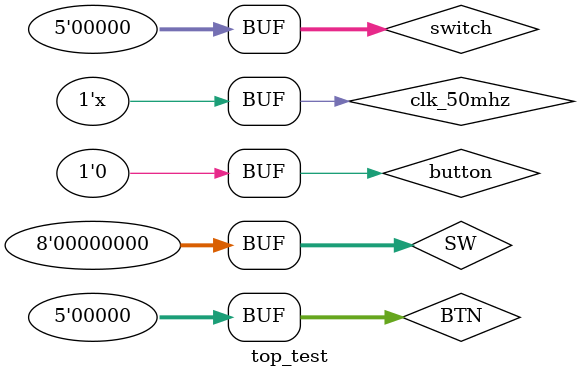
<source format=v>
`timescale 1ns / 1ps


module top_test;

	// Inputs
	reg clk_50mhz;
	reg [4:0] BTN;
	reg [7:0] SW;
	reg [4:0] switch;
	reg button;

	// Outputs
	wire LCDRS;
	wire LCDRW;
	wire LCDE;
	wire [3:0] LCDDAT;

	// Instantiate the Unit Under Test (UUT)
	Top_Muliti_IOBUS uut (
		.clk_50mhz(clk_50mhz), 
		.BTN(BTN), 
		.SW(SW), 
		.switch(switch), 
		.button(button), 
		.LCDRS(LCDRS), 
		.LCDRW(LCDRW), 
		.LCDE(LCDE), 
		.LCDDAT(LCDDAT)
	);

	initial begin
		// Initialize Inputs
		clk_50mhz = 0;
		BTN = 0;
		SW = 0;
		switch = 0;
		button = 0;

		// Wait 100 ns for global reset to finish
		#100;
        
		// Add stimulus here

	end
     always #5
			clk_50mhz=~clk_50mhz;
endmodule


</source>
